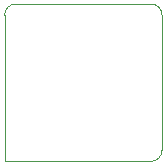
<source format=gbr>
%TF.GenerationSoftware,KiCad,Pcbnew,7.0.7*%
%TF.CreationDate,2023-10-29T00:46:50+02:00*%
%TF.ProjectId,DS1086_BRKO,44533130-3836-45f4-9252-4b4f2e6b6963,rev?*%
%TF.SameCoordinates,Original*%
%TF.FileFunction,Profile,NP*%
%FSLAX46Y46*%
G04 Gerber Fmt 4.6, Leading zero omitted, Abs format (unit mm)*
G04 Created by KiCad (PCBNEW 7.0.7) date 2023-10-29 00:46:50*
%MOMM*%
%LPD*%
G01*
G04 APERTURE LIST*
%TA.AperFunction,Profile*%
%ADD10C,0.100000*%
%TD*%
G04 APERTURE END LIST*
D10*
X150812500Y-76200000D02*
X150812500Y-87630000D01*
X149860000Y-88582500D02*
X137477500Y-88582500D01*
X138430000Y-75247500D02*
X149860000Y-75247500D01*
X137477500Y-88582500D02*
X137477500Y-76200000D01*
X149860000Y-88582500D02*
G75*
G03*
X150812500Y-87630000I0J952500D01*
G01*
X138430000Y-75247500D02*
G75*
G03*
X137477500Y-76200000I0J-952500D01*
G01*
X150812500Y-76200000D02*
G75*
G03*
X149860000Y-75247500I-952500J0D01*
G01*
M02*

</source>
